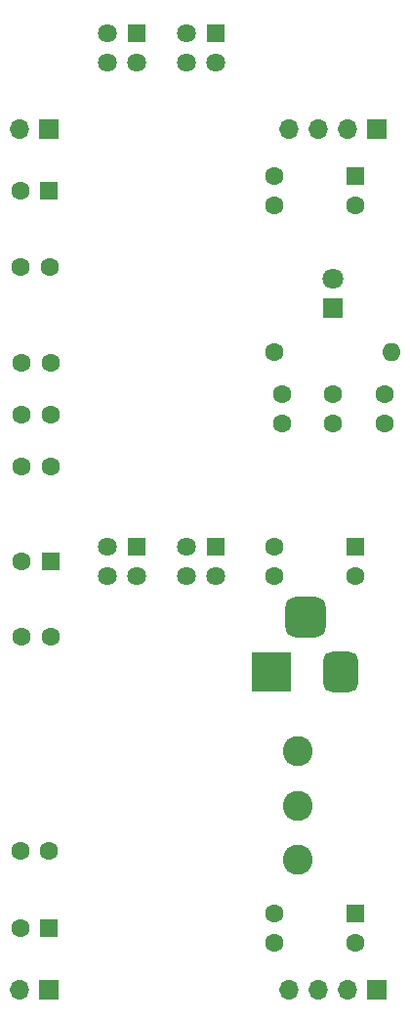
<source format=gts>
G04 #@! TF.GenerationSoftware,KiCad,Pcbnew,7.0.7*
G04 #@! TF.CreationDate,2023-09-11T08:48:11-04:00*
G04 #@! TF.ProjectId,Breadboard supply rail,42726561-6462-46f6-9172-642073757070,rev?*
G04 #@! TF.SameCoordinates,Original*
G04 #@! TF.FileFunction,Soldermask,Top*
G04 #@! TF.FilePolarity,Negative*
%FSLAX46Y46*%
G04 Gerber Fmt 4.6, Leading zero omitted, Abs format (unit mm)*
G04 Created by KiCad (PCBNEW 7.0.7) date 2023-09-11 08:48:11*
%MOMM*%
%LPD*%
G01*
G04 APERTURE LIST*
G04 Aperture macros list*
%AMRoundRect*
0 Rectangle with rounded corners*
0 $1 Rounding radius*
0 $2 $3 $4 $5 $6 $7 $8 $9 X,Y pos of 4 corners*
0 Add a 4 corners polygon primitive as box body*
4,1,4,$2,$3,$4,$5,$6,$7,$8,$9,$2,$3,0*
0 Add four circle primitives for the rounded corners*
1,1,$1+$1,$2,$3*
1,1,$1+$1,$4,$5*
1,1,$1+$1,$6,$7*
1,1,$1+$1,$8,$9*
0 Add four rect primitives between the rounded corners*
20,1,$1+$1,$2,$3,$4,$5,0*
20,1,$1+$1,$4,$5,$6,$7,0*
20,1,$1+$1,$6,$7,$8,$9,0*
20,1,$1+$1,$8,$9,$2,$3,0*%
G04 Aperture macros list end*
%ADD10R,1.600000X1.600000*%
%ADD11C,1.600000*%
%ADD12C,2.600000*%
%ADD13R,1.700000X1.700000*%
%ADD14O,1.700000X1.700000*%
%ADD15R,1.635000X1.635000*%
%ADD16C,1.635000*%
%ADD17O,1.600000X1.600000*%
%ADD18R,1.800000X1.800000*%
%ADD19C,1.800000*%
%ADD20R,3.500000X3.500000*%
%ADD21RoundRect,0.750000X0.750000X1.000000X-0.750000X1.000000X-0.750000X-1.000000X0.750000X-1.000000X0*%
%ADD22RoundRect,0.875000X0.875000X0.875000X-0.875000X0.875000X-0.875000X-0.875000X0.875000X-0.875000X0*%
G04 APERTURE END LIST*
D10*
X161925000Y-68250000D03*
D11*
X161925000Y-70750000D03*
D10*
X135392800Y-69469000D03*
D11*
X132892800Y-69469000D03*
D12*
X156995400Y-118058200D03*
X156995400Y-122758200D03*
X156995400Y-127458200D03*
D11*
X135514400Y-108102400D03*
X133014400Y-108102400D03*
D13*
X135382000Y-64135000D03*
D14*
X132842000Y-64135000D03*
D13*
X163830000Y-64135000D03*
D14*
X161290000Y-64135000D03*
X158750000Y-64135000D03*
X156210000Y-64135000D03*
D11*
X135514400Y-84429600D03*
X133014400Y-84429600D03*
D13*
X135387000Y-138677800D03*
D14*
X132847000Y-138677800D03*
D11*
X160020000Y-89662000D03*
X160020000Y-87162000D03*
D15*
X149860000Y-55875000D03*
D16*
X149860000Y-58415000D03*
X147320000Y-55875000D03*
X147320000Y-58415000D03*
D11*
X135514400Y-88906000D03*
X133014400Y-88906000D03*
D13*
X163830000Y-138684000D03*
D14*
X161290000Y-138684000D03*
X158750000Y-138684000D03*
X156210000Y-138684000D03*
D10*
X135509000Y-101600000D03*
D11*
X133009000Y-101600000D03*
X154920000Y-83480000D03*
D17*
X165080000Y-83480000D03*
D10*
X135382000Y-133350000D03*
D11*
X132882000Y-133350000D03*
D18*
X160000000Y-79675000D03*
D19*
X160000000Y-77135000D03*
D11*
X154940000Y-132100000D03*
X154940000Y-134600000D03*
D15*
X149860000Y-100330000D03*
D16*
X149860000Y-102870000D03*
X147320000Y-100330000D03*
X147320000Y-102870000D03*
D15*
X143002000Y-100330000D03*
D16*
X143002000Y-102870000D03*
X140462000Y-100330000D03*
X140462000Y-102870000D03*
D11*
X154940000Y-68250000D03*
X154940000Y-70750000D03*
X154940000Y-100350000D03*
X154940000Y-102850000D03*
X155575000Y-89662000D03*
X155575000Y-87162000D03*
X135412800Y-126695200D03*
X132912800Y-126695200D03*
D15*
X143002000Y-55880000D03*
D16*
X143002000Y-58420000D03*
X140462000Y-55880000D03*
X140462000Y-58420000D03*
D11*
X164465000Y-89662000D03*
X164465000Y-87162000D03*
D20*
X154655000Y-111125000D03*
D21*
X160655000Y-111125000D03*
D22*
X157655000Y-106425000D03*
D10*
X161925000Y-132120000D03*
D11*
X161925000Y-134620000D03*
D10*
X161925000Y-100370000D03*
D11*
X161925000Y-102870000D03*
X135514400Y-93370400D03*
X133014400Y-93370400D03*
X135463600Y-76149200D03*
X132963600Y-76149200D03*
M02*

</source>
